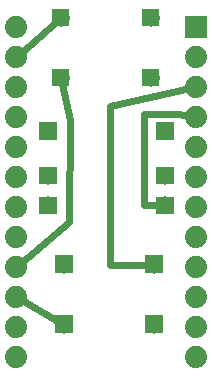
<source format=gbl>
G04 MADE WITH FRITZING*
G04 WWW.FRITZING.ORG*
G04 DOUBLE SIDED*
G04 HOLES PLATED*
G04 CONTOUR ON CENTER OF CONTOUR VECTOR*
%ASAXBY*%
%FSLAX23Y23*%
%MOIN*%
%OFA0B0*%
%SFA1.0B1.0*%
%ADD10C,0.059370*%
%ADD11C,0.074000*%
%ADD12R,0.074000X0.074000*%
%ADD13C,0.024000*%
%ADD14R,0.001000X0.001000*%
%LNCOPPER0*%
G90*
G70*
G54D10*
X169Y570D03*
X169Y669D03*
X169Y819D03*
X558Y819D03*
X558Y669D03*
X558Y570D03*
G54D11*
X63Y1165D03*
X63Y1065D03*
X63Y965D03*
X63Y865D03*
X63Y765D03*
X63Y665D03*
X63Y565D03*
X63Y465D03*
X63Y365D03*
X63Y265D03*
X63Y165D03*
X63Y65D03*
X663Y65D03*
X663Y165D03*
X663Y265D03*
X663Y365D03*
X663Y465D03*
X663Y565D03*
X663Y665D03*
X663Y765D03*
X663Y865D03*
X663Y965D03*
X663Y1065D03*
X663Y1165D03*
X63Y1165D03*
X63Y1065D03*
X63Y965D03*
X63Y865D03*
X63Y765D03*
X63Y665D03*
X63Y565D03*
X63Y465D03*
X63Y365D03*
X63Y265D03*
X63Y165D03*
X63Y65D03*
X663Y65D03*
X663Y165D03*
X663Y265D03*
X663Y365D03*
X663Y465D03*
X663Y565D03*
X663Y665D03*
X663Y765D03*
X663Y865D03*
X663Y965D03*
X663Y1065D03*
X663Y1165D03*
G54D10*
X222Y373D03*
X522Y373D03*
X222Y173D03*
X522Y173D03*
X211Y1195D03*
X511Y1195D03*
X211Y995D03*
X511Y995D03*
G54D12*
X663Y1165D03*
X663Y1165D03*
G54D13*
X242Y854D02*
X240Y514D01*
D02*
X240Y514D02*
X79Y377D01*
D02*
X215Y976D02*
X242Y854D01*
D02*
X205Y183D02*
X81Y255D01*
D02*
X196Y1182D02*
X78Y1078D01*
D02*
X375Y373D02*
X377Y900D01*
D02*
X377Y900D02*
X644Y960D01*
D02*
X502Y373D02*
X375Y373D01*
D02*
X488Y570D02*
X488Y874D01*
D02*
X535Y570D02*
X488Y570D01*
D02*
X603Y874D02*
X644Y868D01*
D02*
X488Y874D02*
X603Y874D01*
G54D14*
X182Y1225D02*
X240Y1225D01*
X482Y1225D02*
X540Y1225D01*
X182Y1224D02*
X240Y1224D01*
X482Y1224D02*
X540Y1224D01*
X182Y1223D02*
X240Y1223D01*
X482Y1223D02*
X540Y1223D01*
X182Y1222D02*
X240Y1222D01*
X482Y1222D02*
X540Y1222D01*
X182Y1221D02*
X240Y1221D01*
X482Y1221D02*
X540Y1221D01*
X182Y1220D02*
X240Y1220D01*
X482Y1220D02*
X540Y1220D01*
X182Y1219D02*
X240Y1219D01*
X482Y1219D02*
X540Y1219D01*
X182Y1218D02*
X240Y1218D01*
X482Y1218D02*
X540Y1218D01*
X182Y1217D02*
X240Y1217D01*
X482Y1217D02*
X540Y1217D01*
X182Y1216D02*
X240Y1216D01*
X482Y1216D02*
X540Y1216D01*
X182Y1215D02*
X207Y1215D01*
X216Y1215D02*
X240Y1215D01*
X482Y1215D02*
X507Y1215D01*
X516Y1215D02*
X540Y1215D01*
X182Y1214D02*
X203Y1214D01*
X219Y1214D02*
X240Y1214D01*
X482Y1214D02*
X503Y1214D01*
X519Y1214D02*
X540Y1214D01*
X182Y1213D02*
X201Y1213D01*
X221Y1213D02*
X240Y1213D01*
X482Y1213D02*
X501Y1213D01*
X521Y1213D02*
X540Y1213D01*
X182Y1212D02*
X200Y1212D01*
X223Y1212D02*
X240Y1212D01*
X482Y1212D02*
X500Y1212D01*
X523Y1212D02*
X540Y1212D01*
X182Y1211D02*
X198Y1211D01*
X224Y1211D02*
X240Y1211D01*
X482Y1211D02*
X498Y1211D01*
X524Y1211D02*
X540Y1211D01*
X182Y1210D02*
X197Y1210D01*
X225Y1210D02*
X240Y1210D01*
X482Y1210D02*
X497Y1210D01*
X525Y1210D02*
X540Y1210D01*
X182Y1209D02*
X196Y1209D01*
X226Y1209D02*
X240Y1209D01*
X482Y1209D02*
X496Y1209D01*
X526Y1209D02*
X540Y1209D01*
X182Y1208D02*
X195Y1208D01*
X227Y1208D02*
X240Y1208D01*
X482Y1208D02*
X495Y1208D01*
X527Y1208D02*
X540Y1208D01*
X182Y1207D02*
X195Y1207D01*
X228Y1207D02*
X240Y1207D01*
X482Y1207D02*
X495Y1207D01*
X528Y1207D02*
X540Y1207D01*
X182Y1206D02*
X194Y1206D01*
X228Y1206D02*
X240Y1206D01*
X482Y1206D02*
X494Y1206D01*
X528Y1206D02*
X540Y1206D01*
X182Y1205D02*
X193Y1205D01*
X229Y1205D02*
X240Y1205D01*
X482Y1205D02*
X493Y1205D01*
X529Y1205D02*
X540Y1205D01*
X182Y1204D02*
X193Y1204D01*
X230Y1204D02*
X240Y1204D01*
X482Y1204D02*
X493Y1204D01*
X529Y1204D02*
X540Y1204D01*
X182Y1203D02*
X192Y1203D01*
X230Y1203D02*
X240Y1203D01*
X482Y1203D02*
X492Y1203D01*
X530Y1203D02*
X540Y1203D01*
X182Y1202D02*
X192Y1202D01*
X230Y1202D02*
X240Y1202D01*
X482Y1202D02*
X492Y1202D01*
X530Y1202D02*
X540Y1202D01*
X182Y1201D02*
X192Y1201D01*
X231Y1201D02*
X240Y1201D01*
X482Y1201D02*
X492Y1201D01*
X531Y1201D02*
X540Y1201D01*
X182Y1200D02*
X192Y1200D01*
X231Y1200D02*
X240Y1200D01*
X482Y1200D02*
X491Y1200D01*
X531Y1200D02*
X540Y1200D01*
X182Y1199D02*
X191Y1199D01*
X231Y1199D02*
X240Y1199D01*
X482Y1199D02*
X491Y1199D01*
X531Y1199D02*
X540Y1199D01*
X182Y1198D02*
X191Y1198D01*
X231Y1198D02*
X240Y1198D01*
X482Y1198D02*
X491Y1198D01*
X531Y1198D02*
X540Y1198D01*
X182Y1197D02*
X191Y1197D01*
X231Y1197D02*
X240Y1197D01*
X482Y1197D02*
X491Y1197D01*
X531Y1197D02*
X540Y1197D01*
X182Y1196D02*
X191Y1196D01*
X231Y1196D02*
X240Y1196D01*
X482Y1196D02*
X491Y1196D01*
X531Y1196D02*
X540Y1196D01*
X182Y1195D02*
X191Y1195D01*
X231Y1195D02*
X240Y1195D01*
X482Y1195D02*
X491Y1195D01*
X531Y1195D02*
X540Y1195D01*
X182Y1194D02*
X191Y1194D01*
X231Y1194D02*
X240Y1194D01*
X482Y1194D02*
X491Y1194D01*
X531Y1194D02*
X540Y1194D01*
X182Y1193D02*
X191Y1193D01*
X231Y1193D02*
X240Y1193D01*
X482Y1193D02*
X491Y1193D01*
X531Y1193D02*
X540Y1193D01*
X182Y1192D02*
X191Y1192D01*
X231Y1192D02*
X240Y1192D01*
X482Y1192D02*
X491Y1192D01*
X531Y1192D02*
X540Y1192D01*
X182Y1191D02*
X192Y1191D01*
X231Y1191D02*
X240Y1191D01*
X482Y1191D02*
X492Y1191D01*
X531Y1191D02*
X540Y1191D01*
X182Y1190D02*
X192Y1190D01*
X230Y1190D02*
X240Y1190D01*
X482Y1190D02*
X492Y1190D01*
X530Y1190D02*
X540Y1190D01*
X182Y1189D02*
X192Y1189D01*
X230Y1189D02*
X240Y1189D01*
X482Y1189D02*
X492Y1189D01*
X530Y1189D02*
X540Y1189D01*
X182Y1188D02*
X193Y1188D01*
X230Y1188D02*
X240Y1188D01*
X482Y1188D02*
X493Y1188D01*
X530Y1188D02*
X540Y1188D01*
X182Y1187D02*
X193Y1187D01*
X229Y1187D02*
X240Y1187D01*
X482Y1187D02*
X493Y1187D01*
X529Y1187D02*
X540Y1187D01*
X182Y1186D02*
X194Y1186D01*
X229Y1186D02*
X240Y1186D01*
X482Y1186D02*
X494Y1186D01*
X529Y1186D02*
X540Y1186D01*
X182Y1185D02*
X194Y1185D01*
X228Y1185D02*
X240Y1185D01*
X482Y1185D02*
X494Y1185D01*
X528Y1185D02*
X540Y1185D01*
X182Y1184D02*
X195Y1184D01*
X227Y1184D02*
X240Y1184D01*
X482Y1184D02*
X495Y1184D01*
X527Y1184D02*
X540Y1184D01*
X182Y1183D02*
X196Y1183D01*
X227Y1183D02*
X240Y1183D01*
X482Y1183D02*
X496Y1183D01*
X527Y1183D02*
X540Y1183D01*
X182Y1182D02*
X197Y1182D01*
X226Y1182D02*
X240Y1182D01*
X482Y1182D02*
X497Y1182D01*
X526Y1182D02*
X540Y1182D01*
X182Y1181D02*
X198Y1181D01*
X225Y1181D02*
X240Y1181D01*
X482Y1181D02*
X498Y1181D01*
X525Y1181D02*
X540Y1181D01*
X182Y1180D02*
X199Y1180D01*
X223Y1180D02*
X240Y1180D01*
X482Y1180D02*
X499Y1180D01*
X523Y1180D02*
X540Y1180D01*
X182Y1179D02*
X201Y1179D01*
X222Y1179D02*
X240Y1179D01*
X482Y1179D02*
X500Y1179D01*
X522Y1179D02*
X540Y1179D01*
X182Y1178D02*
X202Y1178D01*
X220Y1178D02*
X240Y1178D01*
X482Y1178D02*
X502Y1178D01*
X520Y1178D02*
X540Y1178D01*
X182Y1177D02*
X205Y1177D01*
X217Y1177D02*
X240Y1177D01*
X482Y1177D02*
X505Y1177D01*
X517Y1177D02*
X540Y1177D01*
X182Y1176D02*
X240Y1176D01*
X482Y1176D02*
X540Y1176D01*
X182Y1175D02*
X240Y1175D01*
X482Y1175D02*
X540Y1175D01*
X182Y1174D02*
X240Y1174D01*
X482Y1174D02*
X540Y1174D01*
X182Y1173D02*
X240Y1173D01*
X482Y1173D02*
X540Y1173D01*
X182Y1172D02*
X240Y1172D01*
X482Y1172D02*
X540Y1172D01*
X182Y1171D02*
X240Y1171D01*
X482Y1171D02*
X540Y1171D01*
X182Y1170D02*
X240Y1170D01*
X482Y1170D02*
X540Y1170D01*
X182Y1169D02*
X240Y1169D01*
X482Y1169D02*
X540Y1169D01*
X182Y1168D02*
X240Y1168D01*
X482Y1168D02*
X540Y1168D01*
X182Y1167D02*
X240Y1167D01*
X482Y1167D02*
X540Y1167D01*
X182Y1025D02*
X240Y1025D01*
X482Y1025D02*
X540Y1025D01*
X182Y1024D02*
X240Y1024D01*
X482Y1024D02*
X540Y1024D01*
X182Y1023D02*
X240Y1023D01*
X482Y1023D02*
X540Y1023D01*
X182Y1022D02*
X240Y1022D01*
X482Y1022D02*
X540Y1022D01*
X182Y1021D02*
X240Y1021D01*
X482Y1021D02*
X540Y1021D01*
X182Y1020D02*
X240Y1020D01*
X482Y1020D02*
X540Y1020D01*
X182Y1019D02*
X240Y1019D01*
X482Y1019D02*
X540Y1019D01*
X182Y1018D02*
X240Y1018D01*
X482Y1018D02*
X540Y1018D01*
X182Y1017D02*
X240Y1017D01*
X482Y1017D02*
X540Y1017D01*
X182Y1016D02*
X240Y1016D01*
X482Y1016D02*
X540Y1016D01*
X182Y1015D02*
X207Y1015D01*
X216Y1015D02*
X240Y1015D01*
X482Y1015D02*
X507Y1015D01*
X516Y1015D02*
X540Y1015D01*
X182Y1014D02*
X203Y1014D01*
X219Y1014D02*
X240Y1014D01*
X482Y1014D02*
X503Y1014D01*
X519Y1014D02*
X540Y1014D01*
X182Y1013D02*
X201Y1013D01*
X221Y1013D02*
X240Y1013D01*
X482Y1013D02*
X501Y1013D01*
X521Y1013D02*
X540Y1013D01*
X182Y1012D02*
X200Y1012D01*
X223Y1012D02*
X240Y1012D01*
X482Y1012D02*
X500Y1012D01*
X523Y1012D02*
X540Y1012D01*
X182Y1011D02*
X198Y1011D01*
X224Y1011D02*
X240Y1011D01*
X482Y1011D02*
X498Y1011D01*
X524Y1011D02*
X540Y1011D01*
X182Y1010D02*
X197Y1010D01*
X225Y1010D02*
X240Y1010D01*
X482Y1010D02*
X497Y1010D01*
X525Y1010D02*
X540Y1010D01*
X182Y1009D02*
X196Y1009D01*
X226Y1009D02*
X240Y1009D01*
X482Y1009D02*
X496Y1009D01*
X526Y1009D02*
X540Y1009D01*
X182Y1008D02*
X195Y1008D01*
X227Y1008D02*
X240Y1008D01*
X482Y1008D02*
X495Y1008D01*
X527Y1008D02*
X540Y1008D01*
X182Y1007D02*
X195Y1007D01*
X228Y1007D02*
X240Y1007D01*
X482Y1007D02*
X495Y1007D01*
X528Y1007D02*
X540Y1007D01*
X182Y1006D02*
X194Y1006D01*
X228Y1006D02*
X240Y1006D01*
X482Y1006D02*
X494Y1006D01*
X528Y1006D02*
X540Y1006D01*
X182Y1005D02*
X193Y1005D01*
X229Y1005D02*
X240Y1005D01*
X482Y1005D02*
X493Y1005D01*
X529Y1005D02*
X540Y1005D01*
X182Y1004D02*
X193Y1004D01*
X230Y1004D02*
X240Y1004D01*
X482Y1004D02*
X493Y1004D01*
X529Y1004D02*
X540Y1004D01*
X182Y1003D02*
X192Y1003D01*
X230Y1003D02*
X240Y1003D01*
X482Y1003D02*
X492Y1003D01*
X530Y1003D02*
X540Y1003D01*
X182Y1002D02*
X192Y1002D01*
X230Y1002D02*
X240Y1002D01*
X482Y1002D02*
X492Y1002D01*
X530Y1002D02*
X540Y1002D01*
X182Y1001D02*
X192Y1001D01*
X231Y1001D02*
X240Y1001D01*
X482Y1001D02*
X492Y1001D01*
X531Y1001D02*
X540Y1001D01*
X182Y1000D02*
X192Y1000D01*
X231Y1000D02*
X240Y1000D01*
X482Y1000D02*
X491Y1000D01*
X531Y1000D02*
X540Y1000D01*
X182Y999D02*
X191Y999D01*
X231Y999D02*
X240Y999D01*
X482Y999D02*
X491Y999D01*
X531Y999D02*
X540Y999D01*
X182Y998D02*
X191Y998D01*
X231Y998D02*
X240Y998D01*
X482Y998D02*
X491Y998D01*
X531Y998D02*
X540Y998D01*
X182Y997D02*
X191Y997D01*
X231Y997D02*
X240Y997D01*
X482Y997D02*
X491Y997D01*
X531Y997D02*
X540Y997D01*
X182Y996D02*
X191Y996D01*
X231Y996D02*
X240Y996D01*
X482Y996D02*
X491Y996D01*
X531Y996D02*
X540Y996D01*
X182Y995D02*
X191Y995D01*
X231Y995D02*
X240Y995D01*
X482Y995D02*
X491Y995D01*
X531Y995D02*
X540Y995D01*
X182Y994D02*
X191Y994D01*
X231Y994D02*
X240Y994D01*
X482Y994D02*
X491Y994D01*
X531Y994D02*
X540Y994D01*
X182Y993D02*
X191Y993D01*
X231Y993D02*
X240Y993D01*
X482Y993D02*
X491Y993D01*
X531Y993D02*
X540Y993D01*
X182Y992D02*
X191Y992D01*
X231Y992D02*
X240Y992D01*
X482Y992D02*
X491Y992D01*
X531Y992D02*
X540Y992D01*
X182Y991D02*
X192Y991D01*
X231Y991D02*
X240Y991D01*
X482Y991D02*
X492Y991D01*
X531Y991D02*
X540Y991D01*
X182Y990D02*
X192Y990D01*
X230Y990D02*
X240Y990D01*
X482Y990D02*
X492Y990D01*
X530Y990D02*
X540Y990D01*
X182Y989D02*
X192Y989D01*
X230Y989D02*
X240Y989D01*
X482Y989D02*
X492Y989D01*
X530Y989D02*
X540Y989D01*
X182Y988D02*
X193Y988D01*
X230Y988D02*
X240Y988D01*
X482Y988D02*
X493Y988D01*
X530Y988D02*
X540Y988D01*
X182Y987D02*
X193Y987D01*
X229Y987D02*
X240Y987D01*
X482Y987D02*
X493Y987D01*
X529Y987D02*
X540Y987D01*
X182Y986D02*
X194Y986D01*
X229Y986D02*
X240Y986D01*
X482Y986D02*
X494Y986D01*
X529Y986D02*
X540Y986D01*
X182Y985D02*
X194Y985D01*
X228Y985D02*
X240Y985D01*
X482Y985D02*
X494Y985D01*
X528Y985D02*
X540Y985D01*
X182Y984D02*
X195Y984D01*
X227Y984D02*
X240Y984D01*
X482Y984D02*
X495Y984D01*
X527Y984D02*
X540Y984D01*
X182Y983D02*
X196Y983D01*
X227Y983D02*
X240Y983D01*
X482Y983D02*
X496Y983D01*
X527Y983D02*
X540Y983D01*
X182Y982D02*
X197Y982D01*
X226Y982D02*
X240Y982D01*
X482Y982D02*
X497Y982D01*
X526Y982D02*
X540Y982D01*
X182Y981D02*
X198Y981D01*
X225Y981D02*
X240Y981D01*
X482Y981D02*
X498Y981D01*
X525Y981D02*
X540Y981D01*
X182Y980D02*
X199Y980D01*
X223Y980D02*
X240Y980D01*
X482Y980D02*
X499Y980D01*
X523Y980D02*
X540Y980D01*
X182Y979D02*
X201Y979D01*
X222Y979D02*
X240Y979D01*
X482Y979D02*
X500Y979D01*
X522Y979D02*
X540Y979D01*
X182Y978D02*
X202Y978D01*
X220Y978D02*
X240Y978D01*
X482Y978D02*
X502Y978D01*
X520Y978D02*
X540Y978D01*
X182Y977D02*
X205Y977D01*
X217Y977D02*
X240Y977D01*
X482Y977D02*
X505Y977D01*
X517Y977D02*
X540Y977D01*
X182Y976D02*
X240Y976D01*
X482Y976D02*
X540Y976D01*
X182Y975D02*
X240Y975D01*
X482Y975D02*
X540Y975D01*
X182Y974D02*
X240Y974D01*
X482Y974D02*
X540Y974D01*
X182Y973D02*
X240Y973D01*
X482Y973D02*
X540Y973D01*
X182Y972D02*
X240Y972D01*
X482Y972D02*
X540Y972D01*
X182Y971D02*
X240Y971D01*
X482Y971D02*
X540Y971D01*
X182Y970D02*
X240Y970D01*
X482Y970D02*
X540Y970D01*
X182Y969D02*
X240Y969D01*
X482Y969D02*
X540Y969D01*
X182Y968D02*
X240Y968D01*
X482Y968D02*
X540Y968D01*
X182Y967D02*
X240Y967D01*
X482Y967D02*
X540Y967D01*
X140Y849D02*
X198Y849D01*
X530Y849D02*
X588Y849D01*
X140Y848D02*
X198Y848D01*
X529Y848D02*
X588Y848D01*
X140Y847D02*
X198Y847D01*
X529Y847D02*
X588Y847D01*
X140Y846D02*
X198Y846D01*
X529Y846D02*
X588Y846D01*
X140Y845D02*
X198Y845D01*
X529Y845D02*
X588Y845D01*
X140Y844D02*
X198Y844D01*
X529Y844D02*
X588Y844D01*
X140Y843D02*
X198Y843D01*
X529Y843D02*
X588Y843D01*
X140Y842D02*
X198Y842D01*
X529Y842D02*
X588Y842D01*
X140Y841D02*
X198Y841D01*
X529Y841D02*
X588Y841D01*
X140Y840D02*
X198Y840D01*
X529Y840D02*
X588Y840D01*
X140Y839D02*
X167Y839D01*
X171Y839D02*
X198Y839D01*
X529Y839D02*
X556Y839D01*
X561Y839D02*
X588Y839D01*
X140Y838D02*
X162Y838D01*
X176Y838D02*
X198Y838D01*
X529Y838D02*
X552Y838D01*
X566Y838D02*
X588Y838D01*
X140Y837D02*
X160Y837D01*
X178Y837D02*
X198Y837D01*
X529Y837D02*
X549Y837D01*
X568Y837D02*
X588Y837D01*
X140Y836D02*
X158Y836D01*
X180Y836D02*
X198Y836D01*
X529Y836D02*
X548Y836D01*
X570Y836D02*
X588Y836D01*
X140Y835D02*
X157Y835D01*
X182Y835D02*
X198Y835D01*
X529Y835D02*
X546Y835D01*
X571Y835D02*
X588Y835D01*
X140Y834D02*
X155Y834D01*
X183Y834D02*
X198Y834D01*
X529Y834D02*
X545Y834D01*
X572Y834D02*
X588Y834D01*
X140Y833D02*
X154Y833D01*
X184Y833D02*
X198Y833D01*
X529Y833D02*
X544Y833D01*
X573Y833D02*
X588Y833D01*
X140Y832D02*
X153Y832D01*
X185Y832D02*
X198Y832D01*
X529Y832D02*
X543Y832D01*
X574Y832D02*
X588Y832D01*
X140Y831D02*
X153Y831D01*
X185Y831D02*
X198Y831D01*
X529Y831D02*
X542Y831D01*
X575Y831D02*
X588Y831D01*
X140Y830D02*
X152Y830D01*
X186Y830D02*
X198Y830D01*
X529Y830D02*
X542Y830D01*
X576Y830D02*
X588Y830D01*
X140Y829D02*
X151Y829D01*
X187Y829D02*
X198Y829D01*
X529Y829D02*
X541Y829D01*
X576Y829D02*
X588Y829D01*
X140Y828D02*
X151Y828D01*
X187Y828D02*
X198Y828D01*
X529Y828D02*
X540Y828D01*
X577Y828D02*
X588Y828D01*
X140Y827D02*
X150Y827D01*
X188Y827D02*
X198Y827D01*
X529Y827D02*
X540Y827D01*
X577Y827D02*
X588Y827D01*
X140Y826D02*
X150Y826D01*
X188Y826D02*
X198Y826D01*
X529Y826D02*
X540Y826D01*
X578Y826D02*
X588Y826D01*
X140Y825D02*
X150Y825D01*
X188Y825D02*
X198Y825D01*
X529Y825D02*
X539Y825D01*
X578Y825D02*
X588Y825D01*
X140Y824D02*
X149Y824D01*
X189Y824D02*
X198Y824D01*
X529Y824D02*
X539Y824D01*
X578Y824D02*
X588Y824D01*
X140Y823D02*
X149Y823D01*
X189Y823D02*
X198Y823D01*
X529Y823D02*
X539Y823D01*
X578Y823D02*
X588Y823D01*
X140Y822D02*
X149Y822D01*
X189Y822D02*
X198Y822D01*
X529Y822D02*
X539Y822D01*
X579Y822D02*
X588Y822D01*
X140Y821D02*
X149Y821D01*
X189Y821D02*
X198Y821D01*
X529Y821D02*
X539Y821D01*
X579Y821D02*
X588Y821D01*
X140Y820D02*
X149Y820D01*
X189Y820D02*
X198Y820D01*
X529Y820D02*
X539Y820D01*
X579Y820D02*
X588Y820D01*
X140Y819D02*
X149Y819D01*
X189Y819D02*
X198Y819D01*
X529Y819D02*
X539Y819D01*
X579Y819D02*
X588Y819D01*
X140Y818D02*
X149Y818D01*
X189Y818D02*
X198Y818D01*
X529Y818D02*
X539Y818D01*
X579Y818D02*
X588Y818D01*
X140Y817D02*
X149Y817D01*
X189Y817D02*
X198Y817D01*
X529Y817D02*
X539Y817D01*
X579Y817D02*
X588Y817D01*
X140Y816D02*
X149Y816D01*
X189Y816D02*
X198Y816D01*
X529Y816D02*
X539Y816D01*
X578Y816D02*
X588Y816D01*
X140Y815D02*
X149Y815D01*
X189Y815D02*
X198Y815D01*
X529Y815D02*
X539Y815D01*
X578Y815D02*
X588Y815D01*
X140Y814D02*
X150Y814D01*
X188Y814D02*
X198Y814D01*
X529Y814D02*
X539Y814D01*
X578Y814D02*
X588Y814D01*
X140Y813D02*
X150Y813D01*
X188Y813D02*
X198Y813D01*
X529Y813D02*
X540Y813D01*
X578Y813D02*
X588Y813D01*
X140Y812D02*
X150Y812D01*
X188Y812D02*
X198Y812D01*
X529Y812D02*
X540Y812D01*
X577Y812D02*
X588Y812D01*
X140Y811D02*
X151Y811D01*
X187Y811D02*
X198Y811D01*
X529Y811D02*
X540Y811D01*
X577Y811D02*
X588Y811D01*
X140Y810D02*
X151Y810D01*
X187Y810D02*
X198Y810D01*
X529Y810D02*
X541Y810D01*
X576Y810D02*
X588Y810D01*
X140Y809D02*
X152Y809D01*
X186Y809D02*
X198Y809D01*
X529Y809D02*
X542Y809D01*
X576Y809D02*
X588Y809D01*
X140Y808D02*
X153Y808D01*
X185Y808D02*
X198Y808D01*
X529Y808D02*
X542Y808D01*
X575Y808D02*
X588Y808D01*
X140Y807D02*
X153Y807D01*
X185Y807D02*
X198Y807D01*
X529Y807D02*
X543Y807D01*
X574Y807D02*
X588Y807D01*
X140Y806D02*
X154Y806D01*
X184Y806D02*
X198Y806D01*
X529Y806D02*
X544Y806D01*
X573Y806D02*
X588Y806D01*
X140Y805D02*
X155Y805D01*
X183Y805D02*
X198Y805D01*
X529Y805D02*
X545Y805D01*
X572Y805D02*
X588Y805D01*
X140Y804D02*
X157Y804D01*
X182Y804D02*
X198Y804D01*
X529Y804D02*
X546Y804D01*
X571Y804D02*
X588Y804D01*
X140Y803D02*
X158Y803D01*
X180Y803D02*
X198Y803D01*
X529Y803D02*
X548Y803D01*
X570Y803D02*
X588Y803D01*
X140Y802D02*
X160Y802D01*
X178Y802D02*
X198Y802D01*
X529Y802D02*
X549Y802D01*
X568Y802D02*
X588Y802D01*
X140Y801D02*
X162Y801D01*
X176Y801D02*
X198Y801D01*
X529Y801D02*
X552Y801D01*
X566Y801D02*
X588Y801D01*
X140Y800D02*
X167Y800D01*
X171Y800D02*
X198Y800D01*
X529Y800D02*
X556Y800D01*
X561Y800D02*
X588Y800D01*
X140Y799D02*
X198Y799D01*
X529Y799D02*
X588Y799D01*
X140Y798D02*
X198Y798D01*
X529Y798D02*
X588Y798D01*
X140Y797D02*
X198Y797D01*
X529Y797D02*
X588Y797D01*
X140Y796D02*
X198Y796D01*
X529Y796D02*
X588Y796D01*
X140Y795D02*
X198Y795D01*
X529Y795D02*
X588Y795D01*
X140Y794D02*
X198Y794D01*
X529Y794D02*
X588Y794D01*
X140Y793D02*
X198Y793D01*
X529Y793D02*
X588Y793D01*
X140Y792D02*
X198Y792D01*
X529Y792D02*
X588Y792D01*
X140Y791D02*
X198Y791D01*
X529Y791D02*
X588Y791D01*
X140Y790D02*
X198Y790D01*
X530Y790D02*
X588Y790D01*
X140Y699D02*
X198Y699D01*
X529Y699D02*
X588Y699D01*
X140Y698D02*
X198Y698D01*
X529Y698D02*
X588Y698D01*
X140Y697D02*
X198Y697D01*
X529Y697D02*
X588Y697D01*
X140Y696D02*
X198Y696D01*
X529Y696D02*
X588Y696D01*
X140Y695D02*
X198Y695D01*
X529Y695D02*
X588Y695D01*
X140Y694D02*
X198Y694D01*
X529Y694D02*
X588Y694D01*
X140Y693D02*
X198Y693D01*
X529Y693D02*
X588Y693D01*
X140Y692D02*
X198Y692D01*
X529Y692D02*
X588Y692D01*
X140Y691D02*
X198Y691D01*
X529Y691D02*
X588Y691D01*
X140Y690D02*
X198Y690D01*
X529Y690D02*
X588Y690D01*
X140Y689D02*
X164Y689D01*
X174Y689D02*
X198Y689D01*
X529Y689D02*
X554Y689D01*
X564Y689D02*
X588Y689D01*
X140Y688D02*
X161Y688D01*
X177Y688D02*
X198Y688D01*
X529Y688D02*
X550Y688D01*
X567Y688D02*
X588Y688D01*
X140Y687D02*
X159Y687D01*
X179Y687D02*
X198Y687D01*
X529Y687D02*
X549Y687D01*
X569Y687D02*
X588Y687D01*
X140Y686D02*
X157Y686D01*
X181Y686D02*
X198Y686D01*
X529Y686D02*
X547Y686D01*
X570Y686D02*
X588Y686D01*
X140Y685D02*
X156Y685D01*
X182Y685D02*
X198Y685D01*
X529Y685D02*
X546Y685D01*
X572Y685D02*
X588Y685D01*
X140Y684D02*
X155Y684D01*
X183Y684D02*
X198Y684D01*
X529Y684D02*
X544Y684D01*
X573Y684D02*
X588Y684D01*
X140Y683D02*
X154Y683D01*
X184Y683D02*
X198Y683D01*
X529Y683D02*
X544Y683D01*
X574Y683D02*
X588Y683D01*
X140Y682D02*
X153Y682D01*
X185Y682D02*
X198Y682D01*
X529Y682D02*
X543Y682D01*
X575Y682D02*
X588Y682D01*
X140Y681D02*
X152Y681D01*
X186Y681D02*
X198Y681D01*
X529Y681D02*
X542Y681D01*
X575Y681D02*
X588Y681D01*
X140Y680D02*
X152Y680D01*
X186Y680D02*
X198Y680D01*
X529Y680D02*
X541Y680D01*
X576Y680D02*
X588Y680D01*
X140Y679D02*
X151Y679D01*
X187Y679D02*
X198Y679D01*
X529Y679D02*
X541Y679D01*
X577Y679D02*
X588Y679D01*
X140Y678D02*
X151Y678D01*
X187Y678D02*
X198Y678D01*
X529Y678D02*
X540Y678D01*
X577Y678D02*
X588Y678D01*
X140Y677D02*
X150Y677D01*
X188Y677D02*
X198Y677D01*
X529Y677D02*
X540Y677D01*
X577Y677D02*
X588Y677D01*
X140Y676D02*
X150Y676D01*
X188Y676D02*
X198Y676D01*
X529Y676D02*
X540Y676D01*
X578Y676D02*
X588Y676D01*
X140Y675D02*
X150Y675D01*
X188Y675D02*
X198Y675D01*
X529Y675D02*
X539Y675D01*
X578Y675D02*
X588Y675D01*
X140Y674D02*
X149Y674D01*
X189Y674D02*
X198Y674D01*
X529Y674D02*
X539Y674D01*
X578Y674D02*
X588Y674D01*
X140Y673D02*
X149Y673D01*
X189Y673D02*
X198Y673D01*
X529Y673D02*
X539Y673D01*
X579Y673D02*
X588Y673D01*
X140Y672D02*
X149Y672D01*
X189Y672D02*
X198Y672D01*
X529Y672D02*
X539Y672D01*
X579Y672D02*
X588Y672D01*
X140Y671D02*
X149Y671D01*
X189Y671D02*
X198Y671D01*
X529Y671D02*
X539Y671D01*
X579Y671D02*
X588Y671D01*
X140Y670D02*
X149Y670D01*
X189Y670D02*
X198Y670D01*
X529Y670D02*
X539Y670D01*
X579Y670D02*
X588Y670D01*
X140Y669D02*
X149Y669D01*
X189Y669D02*
X198Y669D01*
X529Y669D02*
X539Y669D01*
X579Y669D02*
X588Y669D01*
X140Y668D02*
X149Y668D01*
X189Y668D02*
X198Y668D01*
X529Y668D02*
X539Y668D01*
X579Y668D02*
X588Y668D01*
X140Y667D02*
X149Y667D01*
X189Y667D02*
X198Y667D01*
X529Y667D02*
X539Y667D01*
X579Y667D02*
X588Y667D01*
X140Y666D02*
X149Y666D01*
X189Y666D02*
X198Y666D01*
X529Y666D02*
X539Y666D01*
X578Y666D02*
X588Y666D01*
X140Y665D02*
X150Y665D01*
X188Y665D02*
X198Y665D01*
X529Y665D02*
X539Y665D01*
X578Y665D02*
X588Y665D01*
X140Y664D02*
X150Y664D01*
X188Y664D02*
X198Y664D01*
X529Y664D02*
X539Y664D01*
X578Y664D02*
X588Y664D01*
X140Y663D02*
X150Y663D01*
X188Y663D02*
X198Y663D01*
X529Y663D02*
X540Y663D01*
X578Y663D02*
X588Y663D01*
X140Y662D02*
X151Y662D01*
X188Y662D02*
X198Y662D01*
X529Y662D02*
X540Y662D01*
X577Y662D02*
X588Y662D01*
X140Y661D02*
X151Y661D01*
X187Y661D02*
X198Y661D01*
X529Y661D02*
X541Y661D01*
X577Y661D02*
X588Y661D01*
X140Y660D02*
X152Y660D01*
X186Y660D02*
X198Y660D01*
X529Y660D02*
X541Y660D01*
X576Y660D02*
X588Y660D01*
X140Y659D02*
X152Y659D01*
X186Y659D02*
X198Y659D01*
X529Y659D02*
X542Y659D01*
X575Y659D02*
X588Y659D01*
X140Y658D02*
X153Y658D01*
X185Y658D02*
X198Y658D01*
X529Y658D02*
X543Y658D01*
X575Y658D02*
X588Y658D01*
X140Y657D02*
X154Y657D01*
X184Y657D02*
X198Y657D01*
X529Y657D02*
X543Y657D01*
X574Y657D02*
X588Y657D01*
X140Y656D02*
X155Y656D01*
X183Y656D02*
X198Y656D01*
X529Y656D02*
X544Y656D01*
X573Y656D02*
X588Y656D01*
X140Y655D02*
X156Y655D01*
X182Y655D02*
X198Y655D01*
X529Y655D02*
X545Y655D01*
X572Y655D02*
X588Y655D01*
X140Y654D02*
X157Y654D01*
X181Y654D02*
X198Y654D01*
X529Y654D02*
X547Y654D01*
X571Y654D02*
X588Y654D01*
X140Y653D02*
X159Y653D01*
X179Y653D02*
X198Y653D01*
X529Y653D02*
X548Y653D01*
X569Y653D02*
X588Y653D01*
X140Y652D02*
X160Y652D01*
X178Y652D02*
X198Y652D01*
X529Y652D02*
X550Y652D01*
X567Y652D02*
X588Y652D01*
X140Y651D02*
X163Y651D01*
X175Y651D02*
X198Y651D01*
X529Y651D02*
X553Y651D01*
X564Y651D02*
X588Y651D01*
X140Y650D02*
X198Y650D01*
X529Y650D02*
X588Y650D01*
X140Y649D02*
X198Y649D01*
X529Y649D02*
X588Y649D01*
X140Y648D02*
X198Y648D01*
X529Y648D02*
X588Y648D01*
X140Y647D02*
X198Y647D01*
X529Y647D02*
X588Y647D01*
X140Y646D02*
X198Y646D01*
X529Y646D02*
X588Y646D01*
X140Y645D02*
X198Y645D01*
X529Y645D02*
X588Y645D01*
X140Y644D02*
X198Y644D01*
X529Y644D02*
X588Y644D01*
X140Y643D02*
X198Y643D01*
X529Y643D02*
X588Y643D01*
X140Y642D02*
X198Y642D01*
X529Y642D02*
X588Y642D01*
X140Y641D02*
X198Y641D01*
X529Y641D02*
X588Y641D01*
X140Y599D02*
X198Y599D01*
X529Y599D02*
X588Y599D01*
X140Y598D02*
X198Y598D01*
X529Y598D02*
X588Y598D01*
X140Y597D02*
X198Y597D01*
X529Y597D02*
X588Y597D01*
X140Y596D02*
X198Y596D01*
X529Y596D02*
X588Y596D01*
X140Y595D02*
X198Y595D01*
X529Y595D02*
X588Y595D01*
X140Y594D02*
X198Y594D01*
X529Y594D02*
X588Y594D01*
X140Y593D02*
X198Y593D01*
X529Y593D02*
X588Y593D01*
X140Y592D02*
X198Y592D01*
X529Y592D02*
X588Y592D01*
X140Y591D02*
X198Y591D01*
X529Y591D02*
X588Y591D01*
X140Y590D02*
X198Y590D01*
X529Y590D02*
X588Y590D01*
X140Y589D02*
X163Y589D01*
X175Y589D02*
X198Y589D01*
X529Y589D02*
X553Y589D01*
X564Y589D02*
X588Y589D01*
X140Y588D02*
X160Y588D01*
X178Y588D02*
X198Y588D01*
X529Y588D02*
X550Y588D01*
X567Y588D02*
X588Y588D01*
X140Y587D02*
X158Y587D01*
X180Y587D02*
X198Y587D01*
X529Y587D02*
X548Y587D01*
X569Y587D02*
X588Y587D01*
X140Y586D02*
X157Y586D01*
X181Y586D02*
X198Y586D01*
X529Y586D02*
X547Y586D01*
X571Y586D02*
X588Y586D01*
X140Y585D02*
X156Y585D01*
X182Y585D02*
X198Y585D01*
X529Y585D02*
X545Y585D01*
X572Y585D02*
X588Y585D01*
X140Y584D02*
X155Y584D01*
X183Y584D02*
X198Y584D01*
X529Y584D02*
X544Y584D01*
X573Y584D02*
X588Y584D01*
X140Y583D02*
X154Y583D01*
X184Y583D02*
X198Y583D01*
X529Y583D02*
X543Y583D01*
X574Y583D02*
X588Y583D01*
X140Y582D02*
X153Y582D01*
X185Y582D02*
X198Y582D01*
X529Y582D02*
X543Y582D01*
X575Y582D02*
X588Y582D01*
X140Y581D02*
X152Y581D01*
X186Y581D02*
X198Y581D01*
X529Y581D02*
X542Y581D01*
X576Y581D02*
X588Y581D01*
X140Y580D02*
X152Y580D01*
X186Y580D02*
X198Y580D01*
X529Y580D02*
X541Y580D01*
X576Y580D02*
X588Y580D01*
X140Y579D02*
X151Y579D01*
X187Y579D02*
X198Y579D01*
X529Y579D02*
X541Y579D01*
X577Y579D02*
X588Y579D01*
X140Y578D02*
X151Y578D01*
X188Y578D02*
X198Y578D01*
X529Y578D02*
X540Y578D01*
X577Y578D02*
X588Y578D01*
X140Y577D02*
X150Y577D01*
X188Y577D02*
X198Y577D01*
X529Y577D02*
X540Y577D01*
X578Y577D02*
X588Y577D01*
X140Y576D02*
X150Y576D01*
X188Y576D02*
X198Y576D01*
X529Y576D02*
X539Y576D01*
X578Y576D02*
X588Y576D01*
X140Y575D02*
X150Y575D01*
X189Y575D02*
X198Y575D01*
X529Y575D02*
X539Y575D01*
X578Y575D02*
X588Y575D01*
X140Y574D02*
X149Y574D01*
X189Y574D02*
X198Y574D01*
X529Y574D02*
X539Y574D01*
X578Y574D02*
X588Y574D01*
X140Y573D02*
X149Y573D01*
X189Y573D02*
X198Y573D01*
X529Y573D02*
X539Y573D01*
X579Y573D02*
X588Y573D01*
X140Y572D02*
X149Y572D01*
X189Y572D02*
X198Y572D01*
X529Y572D02*
X539Y572D01*
X579Y572D02*
X588Y572D01*
X140Y571D02*
X149Y571D01*
X189Y571D02*
X198Y571D01*
X529Y571D02*
X539Y571D01*
X579Y571D02*
X588Y571D01*
X140Y570D02*
X149Y570D01*
X189Y570D02*
X198Y570D01*
X529Y570D02*
X539Y570D01*
X579Y570D02*
X588Y570D01*
X140Y569D02*
X149Y569D01*
X189Y569D02*
X198Y569D01*
X529Y569D02*
X539Y569D01*
X579Y569D02*
X588Y569D01*
X140Y568D02*
X149Y568D01*
X189Y568D02*
X198Y568D01*
X529Y568D02*
X539Y568D01*
X579Y568D02*
X588Y568D01*
X140Y567D02*
X149Y567D01*
X189Y567D02*
X198Y567D01*
X529Y567D02*
X539Y567D01*
X579Y567D02*
X588Y567D01*
X140Y566D02*
X149Y566D01*
X189Y566D02*
X198Y566D01*
X529Y566D02*
X539Y566D01*
X578Y566D02*
X588Y566D01*
X140Y565D02*
X150Y565D01*
X188Y565D02*
X198Y565D01*
X529Y565D02*
X539Y565D01*
X578Y565D02*
X588Y565D01*
X140Y564D02*
X150Y564D01*
X188Y564D02*
X198Y564D01*
X529Y564D02*
X540Y564D01*
X578Y564D02*
X588Y564D01*
X140Y563D02*
X150Y563D01*
X188Y563D02*
X198Y563D01*
X529Y563D02*
X540Y563D01*
X577Y563D02*
X588Y563D01*
X140Y562D02*
X151Y562D01*
X187Y562D02*
X198Y562D01*
X529Y562D02*
X540Y562D01*
X577Y562D02*
X588Y562D01*
X140Y561D02*
X151Y561D01*
X187Y561D02*
X198Y561D01*
X529Y561D02*
X541Y561D01*
X576Y561D02*
X588Y561D01*
X140Y560D02*
X152Y560D01*
X186Y560D02*
X198Y560D01*
X529Y560D02*
X541Y560D01*
X576Y560D02*
X588Y560D01*
X140Y559D02*
X152Y559D01*
X186Y559D02*
X198Y559D01*
X529Y559D02*
X542Y559D01*
X575Y559D02*
X588Y559D01*
X140Y558D02*
X153Y558D01*
X185Y558D02*
X198Y558D01*
X529Y558D02*
X543Y558D01*
X575Y558D02*
X588Y558D01*
X140Y557D02*
X154Y557D01*
X184Y557D02*
X198Y557D01*
X529Y557D02*
X544Y557D01*
X574Y557D02*
X588Y557D01*
X140Y556D02*
X155Y556D01*
X183Y556D02*
X198Y556D01*
X529Y556D02*
X545Y556D01*
X573Y556D02*
X588Y556D01*
X140Y555D02*
X156Y555D01*
X182Y555D02*
X198Y555D01*
X529Y555D02*
X546Y555D01*
X572Y555D02*
X588Y555D01*
X140Y554D02*
X157Y554D01*
X181Y554D02*
X198Y554D01*
X529Y554D02*
X547Y554D01*
X570Y554D02*
X588Y554D01*
X140Y553D02*
X159Y553D01*
X179Y553D02*
X198Y553D01*
X529Y553D02*
X549Y553D01*
X569Y553D02*
X588Y553D01*
X140Y552D02*
X161Y552D01*
X177Y552D02*
X198Y552D01*
X529Y552D02*
X551Y552D01*
X567Y552D02*
X588Y552D01*
X140Y551D02*
X164Y551D01*
X174Y551D02*
X198Y551D01*
X529Y551D02*
X554Y551D01*
X564Y551D02*
X588Y551D01*
X140Y550D02*
X198Y550D01*
X529Y550D02*
X588Y550D01*
X140Y549D02*
X198Y549D01*
X529Y549D02*
X588Y549D01*
X140Y548D02*
X198Y548D01*
X529Y548D02*
X588Y548D01*
X140Y547D02*
X198Y547D01*
X529Y547D02*
X588Y547D01*
X140Y546D02*
X198Y546D01*
X529Y546D02*
X588Y546D01*
X140Y545D02*
X198Y545D01*
X529Y545D02*
X588Y545D01*
X140Y544D02*
X198Y544D01*
X529Y544D02*
X588Y544D01*
X140Y543D02*
X198Y543D01*
X529Y543D02*
X588Y543D01*
X140Y542D02*
X198Y542D01*
X529Y542D02*
X588Y542D01*
X140Y541D02*
X198Y541D01*
X529Y541D02*
X588Y541D01*
X193Y403D02*
X251Y403D01*
X493Y403D02*
X551Y403D01*
X193Y402D02*
X251Y402D01*
X493Y402D02*
X551Y402D01*
X193Y401D02*
X251Y401D01*
X493Y401D02*
X551Y401D01*
X193Y400D02*
X251Y400D01*
X493Y400D02*
X551Y400D01*
X193Y399D02*
X251Y399D01*
X493Y399D02*
X551Y399D01*
X193Y398D02*
X251Y398D01*
X493Y398D02*
X551Y398D01*
X193Y397D02*
X251Y397D01*
X493Y397D02*
X551Y397D01*
X193Y396D02*
X251Y396D01*
X493Y396D02*
X551Y396D01*
X193Y395D02*
X251Y395D01*
X493Y395D02*
X551Y395D01*
X193Y394D02*
X251Y394D01*
X493Y394D02*
X551Y394D01*
X193Y393D02*
X220Y393D01*
X224Y393D02*
X251Y393D01*
X493Y393D02*
X520Y393D01*
X524Y393D02*
X551Y393D01*
X193Y392D02*
X215Y392D01*
X229Y392D02*
X251Y392D01*
X493Y392D02*
X515Y392D01*
X529Y392D02*
X551Y392D01*
X193Y391D02*
X213Y391D01*
X231Y391D02*
X251Y391D01*
X493Y391D02*
X513Y391D01*
X531Y391D02*
X551Y391D01*
X193Y390D02*
X211Y390D01*
X233Y390D02*
X251Y390D01*
X493Y390D02*
X511Y390D01*
X533Y390D02*
X551Y390D01*
X193Y389D02*
X210Y389D01*
X235Y389D02*
X251Y389D01*
X493Y389D02*
X510Y389D01*
X535Y389D02*
X551Y389D01*
X193Y388D02*
X209Y388D01*
X236Y388D02*
X251Y388D01*
X493Y388D02*
X509Y388D01*
X536Y388D02*
X551Y388D01*
X193Y387D02*
X208Y387D01*
X237Y387D02*
X251Y387D01*
X493Y387D02*
X507Y387D01*
X537Y387D02*
X551Y387D01*
X193Y386D02*
X207Y386D01*
X238Y386D02*
X251Y386D01*
X493Y386D02*
X507Y386D01*
X538Y386D02*
X551Y386D01*
X193Y385D02*
X206Y385D01*
X239Y385D02*
X251Y385D01*
X493Y385D02*
X506Y385D01*
X539Y385D02*
X551Y385D01*
X193Y384D02*
X205Y384D01*
X239Y384D02*
X251Y384D01*
X493Y384D02*
X505Y384D01*
X539Y384D02*
X551Y384D01*
X193Y383D02*
X205Y383D01*
X240Y383D02*
X251Y383D01*
X493Y383D02*
X505Y383D01*
X540Y383D02*
X551Y383D01*
X193Y382D02*
X204Y382D01*
X240Y382D02*
X251Y382D01*
X493Y382D02*
X504Y382D01*
X540Y382D02*
X551Y382D01*
X193Y381D02*
X204Y381D01*
X241Y381D02*
X251Y381D01*
X493Y381D02*
X504Y381D01*
X541Y381D02*
X551Y381D01*
X193Y380D02*
X203Y380D01*
X241Y380D02*
X251Y380D01*
X493Y380D02*
X503Y380D01*
X541Y380D02*
X551Y380D01*
X193Y379D02*
X203Y379D01*
X242Y379D02*
X251Y379D01*
X493Y379D02*
X503Y379D01*
X541Y379D02*
X551Y379D01*
X193Y378D02*
X203Y378D01*
X242Y378D02*
X251Y378D01*
X493Y378D02*
X503Y378D01*
X542Y378D02*
X551Y378D01*
X193Y377D02*
X202Y377D01*
X242Y377D02*
X251Y377D01*
X493Y377D02*
X502Y377D01*
X542Y377D02*
X551Y377D01*
X193Y376D02*
X202Y376D01*
X242Y376D02*
X251Y376D01*
X493Y376D02*
X502Y376D01*
X542Y376D02*
X551Y376D01*
X193Y375D02*
X202Y375D01*
X242Y375D02*
X251Y375D01*
X493Y375D02*
X502Y375D01*
X542Y375D02*
X551Y375D01*
X193Y374D02*
X202Y374D01*
X242Y374D02*
X251Y374D01*
X493Y374D02*
X502Y374D01*
X542Y374D02*
X551Y374D01*
X193Y373D02*
X202Y373D01*
X242Y373D02*
X251Y373D01*
X493Y373D02*
X502Y373D01*
X542Y373D02*
X551Y373D01*
X193Y372D02*
X202Y372D01*
X242Y372D02*
X251Y372D01*
X493Y372D02*
X502Y372D01*
X542Y372D02*
X551Y372D01*
X193Y371D02*
X202Y371D01*
X242Y371D02*
X251Y371D01*
X493Y371D02*
X502Y371D01*
X542Y371D02*
X551Y371D01*
X193Y370D02*
X202Y370D01*
X242Y370D02*
X251Y370D01*
X493Y370D02*
X502Y370D01*
X542Y370D02*
X551Y370D01*
X193Y369D02*
X203Y369D01*
X242Y369D02*
X251Y369D01*
X493Y369D02*
X503Y369D01*
X542Y369D02*
X551Y369D01*
X193Y368D02*
X203Y368D01*
X242Y368D02*
X251Y368D01*
X493Y368D02*
X503Y368D01*
X541Y368D02*
X551Y368D01*
X193Y367D02*
X203Y367D01*
X241Y367D02*
X251Y367D01*
X493Y367D02*
X503Y367D01*
X541Y367D02*
X551Y367D01*
X193Y366D02*
X204Y366D01*
X241Y366D02*
X251Y366D01*
X493Y366D02*
X503Y366D01*
X541Y366D02*
X551Y366D01*
X193Y365D02*
X204Y365D01*
X240Y365D02*
X251Y365D01*
X493Y365D02*
X504Y365D01*
X540Y365D02*
X551Y365D01*
X193Y364D02*
X205Y364D01*
X240Y364D02*
X251Y364D01*
X493Y364D02*
X504Y364D01*
X540Y364D02*
X551Y364D01*
X193Y363D02*
X205Y363D01*
X239Y363D02*
X251Y363D01*
X493Y363D02*
X505Y363D01*
X539Y363D02*
X551Y363D01*
X193Y362D02*
X206Y362D01*
X239Y362D02*
X251Y362D01*
X493Y362D02*
X506Y362D01*
X539Y362D02*
X551Y362D01*
X193Y361D02*
X207Y361D01*
X238Y361D02*
X251Y361D01*
X493Y361D02*
X507Y361D01*
X538Y361D02*
X551Y361D01*
X193Y360D02*
X207Y360D01*
X237Y360D02*
X251Y360D01*
X493Y360D02*
X507Y360D01*
X537Y360D02*
X551Y360D01*
X193Y359D02*
X208Y359D01*
X236Y359D02*
X251Y359D01*
X493Y359D02*
X508Y359D01*
X536Y359D02*
X551Y359D01*
X193Y358D02*
X210Y358D01*
X235Y358D02*
X251Y358D01*
X493Y358D02*
X510Y358D01*
X535Y358D02*
X551Y358D01*
X193Y357D02*
X211Y357D01*
X233Y357D02*
X251Y357D01*
X493Y357D02*
X511Y357D01*
X533Y357D02*
X551Y357D01*
X193Y356D02*
X213Y356D01*
X232Y356D02*
X251Y356D01*
X493Y356D02*
X513Y356D01*
X532Y356D02*
X551Y356D01*
X193Y355D02*
X215Y355D01*
X229Y355D02*
X251Y355D01*
X493Y355D02*
X515Y355D01*
X529Y355D02*
X551Y355D01*
X193Y354D02*
X219Y354D01*
X225Y354D02*
X251Y354D01*
X493Y354D02*
X519Y354D01*
X525Y354D02*
X551Y354D01*
X193Y353D02*
X251Y353D01*
X493Y353D02*
X551Y353D01*
X193Y352D02*
X251Y352D01*
X493Y352D02*
X551Y352D01*
X193Y351D02*
X251Y351D01*
X493Y351D02*
X551Y351D01*
X193Y350D02*
X251Y350D01*
X493Y350D02*
X551Y350D01*
X193Y349D02*
X251Y349D01*
X493Y349D02*
X551Y349D01*
X193Y348D02*
X251Y348D01*
X493Y348D02*
X551Y348D01*
X193Y347D02*
X251Y347D01*
X493Y347D02*
X551Y347D01*
X193Y346D02*
X251Y346D01*
X493Y346D02*
X551Y346D01*
X193Y345D02*
X251Y345D01*
X493Y345D02*
X551Y345D01*
X193Y344D02*
X251Y344D01*
X493Y344D02*
X551Y344D01*
X193Y203D02*
X251Y203D01*
X493Y203D02*
X551Y203D01*
X193Y202D02*
X251Y202D01*
X493Y202D02*
X551Y202D01*
X193Y201D02*
X251Y201D01*
X493Y201D02*
X551Y201D01*
X193Y200D02*
X251Y200D01*
X493Y200D02*
X551Y200D01*
X193Y199D02*
X251Y199D01*
X493Y199D02*
X551Y199D01*
X193Y198D02*
X251Y198D01*
X493Y198D02*
X551Y198D01*
X193Y197D02*
X251Y197D01*
X493Y197D02*
X551Y197D01*
X193Y196D02*
X251Y196D01*
X493Y196D02*
X551Y196D01*
X193Y195D02*
X251Y195D01*
X493Y195D02*
X551Y195D01*
X193Y194D02*
X251Y194D01*
X493Y194D02*
X551Y194D01*
X193Y193D02*
X220Y193D01*
X224Y193D02*
X251Y193D01*
X493Y193D02*
X520Y193D01*
X524Y193D02*
X551Y193D01*
X193Y192D02*
X215Y192D01*
X229Y192D02*
X251Y192D01*
X493Y192D02*
X515Y192D01*
X529Y192D02*
X551Y192D01*
X193Y191D02*
X213Y191D01*
X231Y191D02*
X251Y191D01*
X493Y191D02*
X513Y191D01*
X531Y191D02*
X551Y191D01*
X193Y190D02*
X211Y190D01*
X233Y190D02*
X251Y190D01*
X493Y190D02*
X511Y190D01*
X533Y190D02*
X551Y190D01*
X193Y189D02*
X210Y189D01*
X235Y189D02*
X251Y189D01*
X493Y189D02*
X510Y189D01*
X535Y189D02*
X551Y189D01*
X193Y188D02*
X209Y188D01*
X236Y188D02*
X251Y188D01*
X493Y188D02*
X508Y188D01*
X536Y188D02*
X551Y188D01*
X193Y187D02*
X208Y187D01*
X237Y187D02*
X251Y187D01*
X493Y187D02*
X507Y187D01*
X537Y187D02*
X551Y187D01*
X193Y186D02*
X207Y186D01*
X238Y186D02*
X251Y186D01*
X493Y186D02*
X507Y186D01*
X538Y186D02*
X551Y186D01*
X193Y185D02*
X206Y185D01*
X239Y185D02*
X251Y185D01*
X493Y185D02*
X506Y185D01*
X539Y185D02*
X551Y185D01*
X193Y184D02*
X205Y184D01*
X239Y184D02*
X251Y184D01*
X493Y184D02*
X505Y184D01*
X539Y184D02*
X551Y184D01*
X193Y183D02*
X205Y183D01*
X240Y183D02*
X251Y183D01*
X493Y183D02*
X505Y183D01*
X540Y183D02*
X551Y183D01*
X193Y182D02*
X204Y182D01*
X240Y182D02*
X251Y182D01*
X493Y182D02*
X504Y182D01*
X540Y182D02*
X551Y182D01*
X193Y181D02*
X204Y181D01*
X241Y181D02*
X251Y181D01*
X493Y181D02*
X504Y181D01*
X541Y181D02*
X551Y181D01*
X193Y180D02*
X203Y180D01*
X241Y180D02*
X251Y180D01*
X493Y180D02*
X503Y180D01*
X541Y180D02*
X551Y180D01*
X193Y179D02*
X203Y179D01*
X242Y179D02*
X251Y179D01*
X493Y179D02*
X503Y179D01*
X541Y179D02*
X551Y179D01*
X193Y178D02*
X203Y178D01*
X242Y178D02*
X251Y178D01*
X493Y178D02*
X503Y178D01*
X542Y178D02*
X551Y178D01*
X193Y177D02*
X202Y177D01*
X242Y177D02*
X251Y177D01*
X493Y177D02*
X502Y177D01*
X542Y177D02*
X551Y177D01*
X193Y176D02*
X202Y176D01*
X242Y176D02*
X251Y176D01*
X493Y176D02*
X502Y176D01*
X542Y176D02*
X551Y176D01*
X193Y175D02*
X202Y175D01*
X242Y175D02*
X251Y175D01*
X493Y175D02*
X502Y175D01*
X542Y175D02*
X551Y175D01*
X193Y174D02*
X202Y174D01*
X242Y174D02*
X251Y174D01*
X493Y174D02*
X502Y174D01*
X542Y174D02*
X551Y174D01*
X193Y173D02*
X202Y173D01*
X242Y173D02*
X251Y173D01*
X493Y173D02*
X502Y173D01*
X542Y173D02*
X551Y173D01*
X193Y172D02*
X202Y172D01*
X242Y172D02*
X251Y172D01*
X493Y172D02*
X502Y172D01*
X542Y172D02*
X551Y172D01*
X193Y171D02*
X202Y171D01*
X242Y171D02*
X251Y171D01*
X493Y171D02*
X502Y171D01*
X542Y171D02*
X551Y171D01*
X193Y170D02*
X202Y170D01*
X242Y170D02*
X251Y170D01*
X493Y170D02*
X502Y170D01*
X542Y170D02*
X551Y170D01*
X193Y169D02*
X203Y169D01*
X242Y169D02*
X251Y169D01*
X493Y169D02*
X503Y169D01*
X542Y169D02*
X551Y169D01*
X193Y168D02*
X203Y168D01*
X242Y168D02*
X251Y168D01*
X493Y168D02*
X503Y168D01*
X541Y168D02*
X551Y168D01*
X193Y167D02*
X203Y167D01*
X241Y167D02*
X251Y167D01*
X493Y167D02*
X503Y167D01*
X541Y167D02*
X551Y167D01*
X193Y166D02*
X204Y166D01*
X241Y166D02*
X251Y166D01*
X493Y166D02*
X503Y166D01*
X541Y166D02*
X551Y166D01*
X193Y165D02*
X204Y165D01*
X240Y165D02*
X251Y165D01*
X493Y165D02*
X504Y165D01*
X540Y165D02*
X551Y165D01*
X193Y164D02*
X205Y164D01*
X240Y164D02*
X251Y164D01*
X493Y164D02*
X504Y164D01*
X540Y164D02*
X551Y164D01*
X193Y163D02*
X205Y163D01*
X239Y163D02*
X251Y163D01*
X493Y163D02*
X505Y163D01*
X539Y163D02*
X551Y163D01*
X193Y162D02*
X206Y162D01*
X239Y162D02*
X251Y162D01*
X493Y162D02*
X506Y162D01*
X539Y162D02*
X551Y162D01*
X193Y161D02*
X207Y161D01*
X238Y161D02*
X251Y161D01*
X493Y161D02*
X507Y161D01*
X538Y161D02*
X551Y161D01*
X193Y160D02*
X207Y160D01*
X237Y160D02*
X251Y160D01*
X493Y160D02*
X507Y160D01*
X537Y160D02*
X551Y160D01*
X193Y159D02*
X208Y159D01*
X236Y159D02*
X251Y159D01*
X493Y159D02*
X508Y159D01*
X536Y159D02*
X551Y159D01*
X193Y158D02*
X210Y158D01*
X235Y158D02*
X251Y158D01*
X493Y158D02*
X510Y158D01*
X535Y158D02*
X551Y158D01*
X193Y157D02*
X211Y157D01*
X233Y157D02*
X251Y157D01*
X493Y157D02*
X511Y157D01*
X533Y157D02*
X551Y157D01*
X193Y156D02*
X213Y156D01*
X232Y156D02*
X251Y156D01*
X493Y156D02*
X513Y156D01*
X532Y156D02*
X551Y156D01*
X193Y155D02*
X215Y155D01*
X229Y155D02*
X251Y155D01*
X493Y155D02*
X515Y155D01*
X529Y155D02*
X551Y155D01*
X193Y154D02*
X219Y154D01*
X225Y154D02*
X251Y154D01*
X493Y154D02*
X519Y154D01*
X525Y154D02*
X551Y154D01*
X193Y153D02*
X251Y153D01*
X493Y153D02*
X551Y153D01*
X193Y152D02*
X251Y152D01*
X493Y152D02*
X551Y152D01*
X193Y151D02*
X251Y151D01*
X493Y151D02*
X551Y151D01*
X193Y150D02*
X251Y150D01*
X493Y150D02*
X551Y150D01*
X193Y149D02*
X251Y149D01*
X493Y149D02*
X551Y149D01*
X193Y148D02*
X251Y148D01*
X493Y148D02*
X551Y148D01*
X193Y147D02*
X251Y147D01*
X493Y147D02*
X551Y147D01*
X193Y146D02*
X251Y146D01*
X493Y146D02*
X551Y146D01*
X193Y145D02*
X251Y145D01*
X493Y145D02*
X551Y145D01*
X193Y144D02*
X251Y144D01*
X493Y144D02*
X551Y144D01*
D02*
G04 End of Copper0*
M02*
</source>
